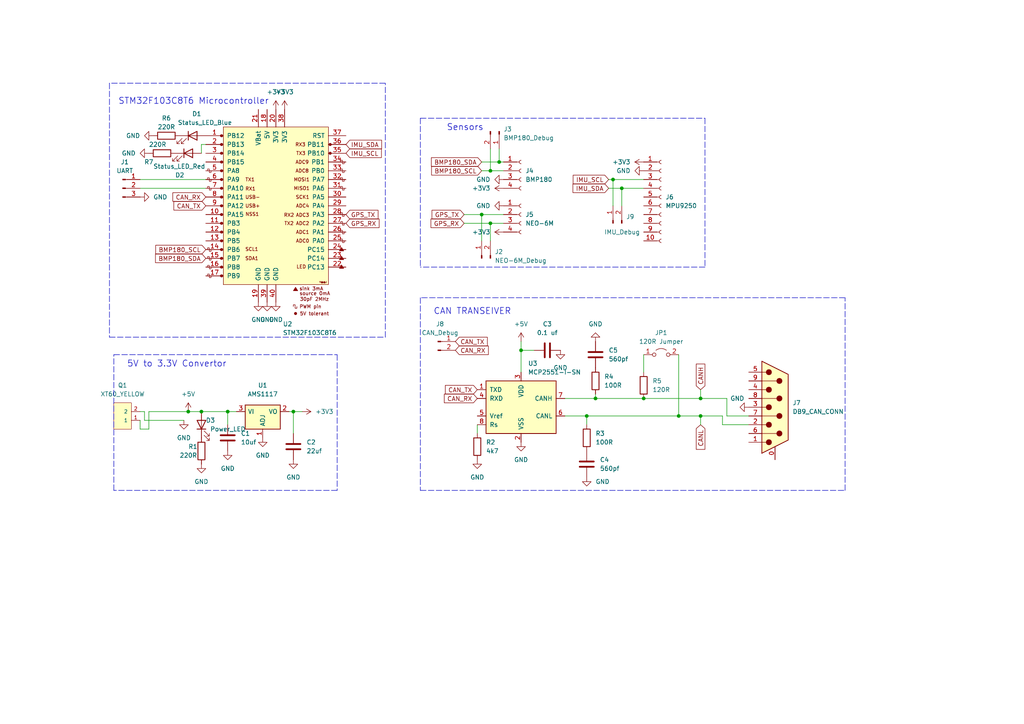
<source format=kicad_sch>
(kicad_sch (version 20211123) (generator eeschema)
  (paper "A4")
  (lib_symbols
    (symbol "Connector:Conn_01x02_Male" (pin_names (offset 1.016) hide)
      (property "Reference" "J" (at 0 2.54 0))
      (property "Value" "Conn_01x02_Male" (at 0 -5.08 0))
      (symbol "Conn_01x02_Male_1_1"
        (polyline (pts (xy 1.27 -2.54) (xy 0.8636 -2.54)) (stroke (width 0.1524)))
        (polyline (pts (xy 1.27 0) (xy 0.8636 0)) (stroke (width 0.1524)))
        (rectangle (start 0.8636 -2.413) (end 0 -2.667) (stroke (width 0.1524)) (fill (type outline)))
        (rectangle (start 0.8636 0.127) (end 0 -0.127) (stroke (width 0.1524)) (fill (type outline)))
        (pin passive line (at 5.08 0 180) (length 3.81) (name "Pin_1") (number "1"))
        (pin passive line (at 5.08 -2.54 180) (length 3.81) (name "Pin_2") (number "2"))
      )
    )
    (symbol "Connector:Conn_01x03_Male" (pin_names (offset 1.016) hide)
      (property "Reference" "J" (at 0 5.08 0))
      (property "Value" "Conn_01x03_Male" (at 0 -5.08 0))
      (symbol "Conn_01x03_Male_1_1"
        (polyline (pts (xy 1.27 -2.54) (xy 0.8636 -2.54)) (stroke (width 0.1524)))
        (polyline (pts (xy 1.27 0) (xy 0.8636 0)) (stroke (width 0.1524)))
        (polyline (pts (xy 1.27 2.54) (xy 0.8636 2.54)) (stroke (width 0.1524)))
        (rectangle (start 0.8636 -2.413) (end 0 -2.667) (stroke (width 0.1524)) (fill (type outline)))
        (rectangle (start 0.8636 0.127) (end 0 -0.127) (stroke (width 0.1524)) (fill (type outline)))
        (rectangle (start 0.8636 2.667) (end 0 2.413) (stroke (width 0.1524)) (fill (type outline)))
        (pin passive line (at 5.08 2.54 180) (length 3.81) (name "Pin_1") (number "1"))
        (pin passive line (at 5.08 0 180) (length 3.81) (name "Pin_2") (number "2"))
        (pin passive line (at 5.08 -2.54 180) (length 3.81) (name "Pin_3") (number "3"))
      )
    )
    (symbol "Connector:Conn_01x04_Female" (pin_names (offset 1.016) hide)
      (property "Reference" "J" (at 0 5.08 0))
      (property "Value" "Conn_01x04_Female" (at 0 -7.62 0))
      (symbol "Conn_01x04_Female_1_1"
        (arc (start 0 -4.572) (mid -0.508 -5.08) (end 0 -5.588) (stroke (width 0.1524)))
        (arc (start 0 -2.032) (mid -0.508 -2.54) (end 0 -3.048) (stroke (width 0.1524)))
        (polyline (pts (xy -1.27 -5.08) (xy -0.508 -5.08)) (stroke (width 0.1524)))
        (polyline (pts (xy -1.27 -2.54) (xy -0.508 -2.54)) (stroke (width 0.1524)))
        (polyline (pts (xy -1.27 0) (xy -0.508 0)) (stroke (width 0.1524)))
        (polyline (pts (xy -1.27 2.54) (xy -0.508 2.54)) (stroke (width 0.1524)))
        (arc (start 0 0.508) (mid -0.508 0) (end 0 -0.508) (stroke (width 0.1524)))
        (arc (start 0 3.048) (mid -0.508 2.54) (end 0 2.032) (stroke (width 0.1524)))
        (pin passive line (at -5.08 2.54 0) (length 3.81) (name "Pin_1") (number "1"))
        (pin passive line (at -5.08 0 0) (length 3.81) (name "Pin_2") (number "2"))
        (pin passive line (at -5.08 -2.54 0) (length 3.81) (name "Pin_3") (number "3"))
        (pin passive line (at -5.08 -5.08 0) (length 3.81) (name "Pin_4") (number "4"))
      )
    )
    (symbol "Connector:Conn_01x10_Female" (pin_names (offset 1.016) hide)
      (property "Reference" "J" (at 0 12.7 0))
      (property "Value" "Conn_01x10_Female" (at 0 -15.24 0))
      (symbol "Conn_01x10_Female_1_1"
        (arc (start 0 -12.192) (mid -0.508 -12.7) (end 0 -13.208) (stroke (width 0.1524)))
        (arc (start 0 -9.652) (mid -0.508 -10.16) (end 0 -10.668) (stroke (width 0.1524)))
        (arc (start 0 -7.112) (mid -0.508 -7.62) (end 0 -8.128) (stroke (width 0.1524)))
        (arc (start 0 -4.572) (mid -0.508 -5.08) (end 0 -5.588) (stroke (width 0.1524)))
        (arc (start 0 -2.032) (mid -0.508 -2.54) (end 0 -3.048) (stroke (width 0.1524)))
        (polyline (pts (xy -1.27 -12.7) (xy -0.508 -12.7)) (stroke (width 0.1524)))
        (polyline (pts (xy -1.27 -10.16) (xy -0.508 -10.16)) (stroke (width 0.1524)))
        (polyline (pts (xy -1.27 -7.62) (xy -0.508 -7.62)) (stroke (width 0.1524)))
        (polyline (pts (xy -1.27 -5.08) (xy -0.508 -5.08)) (stroke (width 0.1524)))
        (polyline (pts (xy -1.27 -2.54) (xy -0.508 -2.54)) (stroke (width 0.1524)))
        (polyline (pts (xy -1.27 0) (xy -0.508 0)) (stroke (width 0.1524)))
        (polyline (pts (xy -1.27 2.54) (xy -0.508 2.54)) (stroke (width 0.1524)))
        (polyline (pts (xy -1.27 5.08) (xy -0.508 5.08)) (stroke (width 0.1524)))
        (polyline (pts (xy -1.27 7.62) (xy -0.508 7.62)) (stroke (width 0.1524)))
        (polyline (pts (xy -1.27 10.16) (xy -0.508 10.16)) (stroke (width 0.1524)))
        (arc (start 0 0.508) (mid -0.508 0) (end 0 -0.508) (stroke (width 0.1524)))
        (arc (start 0 3.048) (mid -0.508 2.54) (end 0 2.032) (stroke (width 0.1524)))
        (arc (start 0 5.588) (mid -0.508 5.08) (end 0 4.572) (stroke (width 0.1524)))
        (arc (start 0 8.128) (mid -0.508 7.62) (end 0 7.112) (stroke (width 0.1524)))
        (arc (start 0 10.668) (mid -0.508 10.16) (end 0 9.652) (stroke (width 0.1524)))
        (pin passive line (at -5.08 10.16 0) (length 3.81) (name "Pin_1") (number "1"))
        (pin passive line (at -5.08 -12.7 0) (length 3.81) (name "Pin_10") (number "10"))
        (pin passive line (at -5.08 7.62 0) (length 3.81) (name "Pin_2") (number "2"))
        (pin passive line (at -5.08 5.08 0) (length 3.81) (name "Pin_3") (number "3"))
        (pin passive line (at -5.08 2.54 0) (length 3.81) (name "Pin_4") (number "4"))
        (pin passive line (at -5.08 0 0) (length 3.81) (name "Pin_5") (number "5"))
        (pin passive line (at -5.08 -2.54 0) (length 3.81) (name "Pin_6") (number "6"))
        (pin passive line (at -5.08 -5.08 0) (length 3.81) (name "Pin_7") (number "7"))
        (pin passive line (at -5.08 -7.62 0) (length 3.81) (name "Pin_8") (number "8"))
        (pin passive line (at -5.08 -10.16 0) (length 3.81) (name "Pin_9") (number "9"))
      )
    )
    (symbol "Connector:DB9_Male_MountingHoles" (pin_names (offset 1.016) hide)
      (property "Reference" "J" (at 0 16.51 0))
      (property "Value" "DB9_Male_MountingHoles" (at 0 14.605 0))
      (symbol "DB9_Male_MountingHoles_0_1"
        (circle (center -1.778 -10.16) (radius 0.762) (fill (type outline)))
        (circle (center -1.778 -5.08) (radius 0.762) (fill (type outline)))
        (circle (center -1.778 0) (radius 0.762) (fill (type outline)))
        (circle (center -1.778 5.08) (radius 0.762) (fill (type outline)))
        (circle (center -1.778 10.16) (radius 0.762) (fill (type outline)))
        (polyline (pts (xy -3.81 -10.16) (xy -2.54 -10.16)))
        (polyline (pts (xy -3.81 -7.62) (xy 0.508 -7.62)))
        (polyline (pts (xy -3.81 -5.08) (xy -2.54 -5.08)))
        (polyline (pts (xy -3.81 -2.54) (xy 0.508 -2.54)))
        (polyline (pts (xy -3.81 0) (xy -2.54 0)))
        (polyline (pts (xy -3.81 2.54) (xy 0.508 2.54)))
        (polyline (pts (xy -3.81 5.08) (xy -2.54 5.08)))
        (polyline (pts (xy -3.81 7.62) (xy 0.508 7.62)))
        (polyline (pts (xy -3.81 10.16) (xy -2.54 10.16)))
        (polyline (pts (xy -3.81 -13.335) (xy -3.81 13.335) (xy 3.81 9.525) (xy 3.81 -9.525) (xy -3.81 -13.335)) (stroke (width 0.254)) (fill (type background)))
        (circle (center 1.27 -7.62) (radius 0.762) (fill (type outline)))
        (circle (center 1.27 -2.54) (radius 0.762) (fill (type outline)))
        (circle (center 1.27 2.54) (radius 0.762) (fill (type outline)))
        (circle (center 1.27 7.62) (radius 0.762) (fill (type outline)))
      )
      (symbol "DB9_Male_MountingHoles_1_1"
        (pin passive line (at 0 -15.24 90) (length 3.81) (name "PAD") (number "0"))
        (pin passive line (at -7.62 -10.16 0) (length 3.81) (name "1") (number "1"))
        (pin passive line (at -7.62 -5.08 0) (length 3.81) (name "2") (number "2"))
        (pin passive line (at -7.62 0 0) (length 3.81) (name "3") (number "3"))
        (pin passive line (at -7.62 5.08 0) (length 3.81) (name "4") (number "4"))
        (pin passive line (at -7.62 10.16 0) (length 3.81) (name "5") (number "5"))
        (pin passive line (at -7.62 -7.62 0) (length 3.81) (name "6") (number "6"))
        (pin passive line (at -7.62 -2.54 0) (length 3.81) (name "7") (number "7"))
        (pin passive line (at -7.62 2.54 0) (length 3.81) (name "8") (number "8"))
        (pin passive line (at -7.62 7.62 0) (length 3.81) (name "9") (number "9"))
      )
    )
    (symbol "Device:C" (pin_numbers hide) (pin_names (offset 0.254))
      (property "Reference" "C" (at 0.635 2.54 0))
      (property "Value" "C" (at 0.635 -2.54 0))
      (symbol "C_0_1"
        (polyline (pts (xy -2.032 -0.762) (xy 2.032 -0.762)) (stroke (width 0.508)))
        (polyline (pts (xy -2.032 0.762) (xy 2.032 0.762)) (stroke (width 0.508)))
      )
      (symbol "C_1_1"
        (pin passive line (at 0 3.81 270) (length 2.794) (name "~") (number "1"))
        (pin passive line (at 0 -3.81 90) (length 2.794) (name "~") (number "2"))
      )
    )
    (symbol "Device:LED" (pin_numbers hide) (pin_names (offset 1.016) hide)
      (property "Reference" "D" (at 0 2.54 0))
      (property "Value" "LED" (at 0 -2.54 0))
      (symbol "LED_0_1"
        (polyline (pts (xy -1.27 -1.27) (xy -1.27 1.27)) (stroke (width 0.254)))
        (polyline (pts (xy -1.27 0) (xy 1.27 0)))
        (polyline (pts (xy 1.27 -1.27) (xy 1.27 1.27) (xy -1.27 0) (xy 1.27 -1.27)) (stroke (width 0.254)))
        (polyline (pts (xy -3.048 -0.762) (xy -4.572 -2.286) (xy -3.81 -2.286) (xy -4.572 -2.286) (xy -4.572 -1.524)))
        (polyline (pts (xy -1.778 -0.762) (xy -3.302 -2.286) (xy -2.54 -2.286) (xy -3.302 -2.286) (xy -3.302 -1.524)))
      )
      (symbol "LED_1_1"
        (pin passive line (at -3.81 0 0) (length 2.54) (name "K") (number "1"))
        (pin passive line (at 3.81 0 180) (length 2.54) (name "A") (number "2"))
      )
    )
    (symbol "Device:R" (pin_numbers hide) (pin_names (offset 0))
      (property "Reference" "R" (at 2.032 0 90))
      (property "Value" "R" (at 0 0 90))
      (symbol "R_0_1"
        (rectangle (start -1.016 -2.54) (end 1.016 2.54) (stroke (width 0.254)))
      )
      (symbol "R_1_1"
        (pin passive line (at 0 3.81 270) (length 1.27) (name "~") (number "1"))
        (pin passive line (at 0 -3.81 90) (length 1.27) (name "~") (number "2"))
      )
    )
    (symbol "Interface_CAN_LIN:MCP2551-I-SN" (pin_names (offset 1.016))
      (property "Reference" "U" (at -10.16 8.89 0))
      (property "Value" "MCP2551-I-SN" (at 2.54 8.89 0))
      (symbol "MCP2551-I-SN_0_1"
        (rectangle (start -10.16 7.62) (end 10.16 -7.62) (stroke (width 0.254)) (fill (type background)))
      )
      (symbol "MCP2551-I-SN_1_1"
        (pin input line (at -12.7 5.08 0) (length 2.54) (name "TXD") (number "1"))
        (pin power_in line (at 0 -10.16 90) (length 2.54) (name "VSS") (number "2"))
        (pin power_in line (at 0 10.16 270) (length 2.54) (name "VDD") (number "3"))
        (pin output line (at -12.7 2.54 0) (length 2.54) (name "RXD") (number "4"))
        (pin power_out line (at -12.7 -2.54 0) (length 2.54) (name "Vref") (number "5"))
        (pin bidirectional line (at 12.7 -2.54 180) (length 2.54) (name "CANL") (number "6"))
        (pin bidirectional line (at 12.7 2.54 180) (length 2.54) (name "CANH") (number "7"))
        (pin input line (at -12.7 -5.08 0) (length 2.54) (name "Rs") (number "8"))
      )
    )
    (symbol "Jumper:Jumper_2_Open" (pin_names (offset 0) hide)
      (property "Reference" "JP" (at 0 2.794 0))
      (property "Value" "Jumper_2_Open" (at 0 -2.286 0))
      (symbol "Jumper_2_Open_0_0"
        (circle (center -2.032 0) (radius 0.508))
        (circle (center 2.032 0) (radius 0.508))
      )
      (symbol "Jumper_2_Open_0_1"
        (arc (start 1.524 1.27) (mid 0 1.778) (end -1.524 1.27))
      )
      (symbol "Jumper_2_Open_1_1"
        (pin passive line (at -5.08 0 0) (length 2.54) (name "A") (number "1"))
        (pin passive line (at 5.08 0 180) (length 2.54) (name "B") (number "2"))
      )
    )
    (symbol "Regulator_Linear:AMS1117" (pin_names (offset 0.762))
      (property "Reference" "U" (at -3.81 3.175 0))
      (property "Value" "AMS1117" (at 0 3.175 0))
      (symbol "AMS1117_0_1"
        (rectangle (start -5.08 -5.08) (end 5.08 1.905) (stroke (width 0.254)) (fill (type background)))
      )
      (symbol "AMS1117_1_1"
        (pin input line (at 0 -7.62 90) (length 2.54) (name "ADJ") (number "1"))
        (pin power_out line (at 7.62 0 180) (length 2.54) (name "VO") (number "2"))
        (pin power_in line (at -7.62 0 0) (length 2.54) (name "VI") (number "3"))
      )
    )
    (symbol "XT60_YELLOW:XT60_YELLOW" (pin_names (offset 1.016))
      (property "Reference" "Q" (at -2.5654 2.5654 0))
      (property "Value" "XT60_YELLOW" (at -2.5654 -7.5946 0))
      (symbol "XT60_YELLOW_0_0"
        (rectangle (start -2.54 -5.08) (end 2.54 2.54) (stroke (width 0.127)) (fill (type background)))
        (pin passive line (at -5.08 0 0) (length 2.54) (name "1") (number "1"))
        (pin passive line (at -5.08 -2.54 0) (length 2.54) (name "2") (number "2"))
      )
    )
    (symbol "YAAJ_BluePill:YAAJ_BluePill" (pin_names (offset 1.016))
      (property "Reference" "U" (at -13.97 24.13 0))
      (property "Value" "YAAJ_BluePill" (at 0 6.35 90))
      (symbol "YAAJ_BluePill_0_0"
        (circle (center -15.748 -20.32) (radius 0.3556) (fill (type outline)))
        (circle (center -15.748 -17.78) (radius 0.3556) (fill (type outline)))
        (circle (center -15.748 -15.24) (radius 0.3556) (fill (type outline)))
        (circle (center -15.748 -12.7) (radius 0.3556) (fill (type outline)))
        (circle (center -15.748 -10.16) (radius 0.3556) (fill (type outline)))
        (circle (center -15.748 -7.62) (radius 0.3556) (fill (type outline)))
        (circle (center -15.748 -5.08) (radius 0.3556) (fill (type outline)))
        (circle (center -15.748 -2.54) (radius 0.3556) (fill (type outline)))
        (circle (center -15.748 0) (radius 0.3556) (fill (type outline)))
        (circle (center -15.748 2.54) (radius 0.3556) (fill (type outline)))
        (circle (center -15.748 5.08) (radius 0.3556) (fill (type outline)))
        (circle (center -15.748 7.62) (radius 0.3556) (fill (type outline)))
        (circle (center -15.748 10.16) (radius 0.3556) (fill (type outline)))
        (circle (center -15.748 12.7) (radius 0.3556) (fill (type outline)))
        (circle (center -15.748 15.24) (radius 0.3556) (fill (type outline)))
        (circle (center -15.748 20.32) (radius 0.3556) (fill (type outline)))
        (polyline (pts (xy 5.08 -24.638) (xy 5.715 -23.622) (xy 6.35 -24.638) (xy 5.08 -24.638) (xy 5.715 -23.749) (xy 6.223 -24.638) (xy 5.207 -24.511) (xy 5.715 -23.876) (xy 6.096 -24.638) (xy 5.334 -24.384) (xy 5.842 -24.003) (xy 5.969 -24.638) (xy 5.461 -24.257) (xy 5.969 -24.13) (xy 5.842 -24.511) (xy 5.588 -24.257) (xy 5.842 -24.384) (xy 5.715 -24.13)))
        (polyline (pts (xy 18.415 -18.161) (xy 19.05 -17.145) (xy 19.685 -18.161) (xy 18.415 -18.161) (xy 19.05 -17.272) (xy 19.558 -18.161) (xy 18.542 -18.034) (xy 19.05 -17.399) (xy 19.431 -18.161) (xy 18.669 -17.907) (xy 19.177 -17.526) (xy 19.304 -18.161) (xy 18.796 -17.78) (xy 19.304 -17.653) (xy 19.177 -18.034) (xy 18.923 -17.78) (xy 19.177 -17.907) (xy 19.05 -17.653)))
        (polyline (pts (xy 18.415 -15.621) (xy 19.05 -14.605) (xy 19.685 -15.621) (xy 18.415 -15.621) (xy 19.05 -14.732) (xy 19.558 -15.621) (xy 18.542 -15.494) (xy 19.05 -14.859) (xy 19.431 -15.621) (xy 18.669 -15.367) (xy 19.177 -14.986) (xy 19.304 -15.621) (xy 18.796 -15.24) (xy 19.304 -15.113) (xy 19.177 -15.494) (xy 18.923 -15.24) (xy 19.177 -15.367) (xy 19.05 -15.113)))
        (polyline (pts (xy 18.415 -13.081) (xy 19.05 -12.065) (xy 19.685 -13.081) (xy 18.415 -13.081) (xy 19.05 -12.192) (xy 19.558 -13.081) (xy 18.542 -12.954) (xy 19.05 -12.319) (xy 19.431 -13.081) (xy 18.669 -12.827) (xy 19.177 -12.446) (xy 19.304 -13.081) (xy 18.796 -12.7) (xy 19.304 -12.573) (xy 19.177 -12.954) (xy 18.923 -12.7) (xy 19.177 -12.827) (xy 19.05 -12.573)))
        (circle (center 5.715 -31.242) (radius 0.127) (fill (type outline)))
        (circle (center 5.715 -31.242) (radius 0.254))
        (circle (center 5.715 -31.242) (radius 0.3556))
        (circle (center 15.748 15.24) (radius 0.254) (fill (type outline)))
        (circle (center 15.748 15.24) (radius 0.3556))
        (circle (center 15.748 17.78) (radius 0.254) (fill (type outline)))
        (circle (center 15.748 17.78) (radius 0.3556))
        (text "30pF 2MHz" (at 11.176 -27.051 0) (effects (font (size 0.9906 0.9906))))
        (text "5V tolerant" (at 11.176 -31.242 0) (effects (font (size 0.9906 0.9906))))
        (text "ADC0" (at 7.747 -10.16 0) (effects (font (size 0.9906 0.9906))))
        (text "ADC1" (at 7.747 -7.62 0) (effects (font (size 0.9906 0.9906))))
        (text "ADC2" (at 7.747 -5.08 0) (effects (font (size 0.9906 0.9906))))
        (text "ADC3" (at 7.747 -2.667 0) (effects (font (size 0.9906 0.9906))))
        (text "ADC4" (at 7.747 0 0) (effects (font (size 0.9906 0.9906))))
        (text "ADC8" (at 7.62 10.16 0) (effects (font (size 0.9906 0.9906))))
        (text "ADC9" (at 7.62 12.7 0) (effects (font (size 0.9906 0.9906))))
        (text "LED" (at 7.366 -17.653 0) (effects (font (size 0.9906 0.9906))))
        (text "MISO1" (at 7.493 5.08 0) (effects (font (size 0.9906 0.9906))))
        (text "MOSI1" (at 7.493 7.62 0) (effects (font (size 0.9906 0.9906))))
        (text "NSS1" (at -6.858 -2.413 0) (effects (font (size 0.9906 0.9906))))
        (text "PWM pin" (at 10.033 -29.21 0) (effects (font (size 0.9906 0.9906))))
        (text "RX1" (at -7.366 4.953 0) (effects (font (size 0.9906 0.9906))))
        (text "RX2" (at 3.81 -2.667 0) (effects (font (size 0.9906 0.9906))))
        (text "RX3" (at 7.112 17.78 0) (effects (font (size 0.9906 0.9906))))
        (text "SCK1" (at 7.747 2.54 0) (effects (font (size 0.9906 0.9906))))
        (text "SCL1" (at -6.985 -12.573 0) (effects (font (size 0.9906 0.9906))))
        (text "SDA1" (at -6.985 -15.24 0) (effects (font (size 0.9906 0.9906))))
        (text "sink 3mA" (at 10.287 -24.003 0) (effects (font (size 0.9906 0.9906))))
        (text "source 0mA" (at 11.303 -25.4 0) (effects (font (size 0.9906 0.9906))))
        (text "TX1" (at -7.493 7.62 0) (effects (font (size 0.9906 0.9906))))
        (text "TX2" (at 3.81 -5.08 0) (effects (font (size 0.9906 0.9906))))
        (text "TX3" (at 7.239 15.24 0) (effects (font (size 0.9906 0.9906))))
        (text "USB+" (at -6.731 0 0) (effects (font (size 0.9906 0.9906))))
        (text "USB-" (at -6.731 2.54 0) (effects (font (size 0.9906 0.9906))))
        (text "Y@@J" (at 13.6906 -22.1488 0) (effects (font (size 0.508 0.508))))
      )
      (symbol "YAAJ_BluePill_0_1"
        (rectangle (start -15.24 22.86) (end 15.24 -22.86) (fill (type background)))
        (polyline (pts (xy -18.796 -20.32) (xy -18.796 -20.828) (xy -19.304 -20.828) (xy -19.304 -19.812) (xy -19.812 -19.812) (xy -19.812 -20.32)))
        (polyline (pts (xy -18.796 -17.78) (xy -18.796 -18.288) (xy -19.304 -18.288) (xy -19.304 -17.272) (xy -19.812 -17.272) (xy -19.812 -17.78)))
        (polyline (pts (xy -18.796 -15.24) (xy -18.796 -15.748) (xy -19.304 -15.748) (xy -19.304 -14.732) (xy -19.812 -14.732) (xy -19.812 -15.24)))
        (polyline (pts (xy -18.796 -12.7) (xy -18.796 -13.208) (xy -19.304 -13.208) (xy -19.304 -12.192) (xy -19.812 -12.192) (xy -19.812 -12.7)))
        (polyline (pts (xy -18.796 5.08) (xy -18.796 4.572) (xy -19.304 4.572) (xy -19.304 5.588) (xy -19.812 5.588) (xy -19.812 5.08)))
        (polyline (pts (xy -18.796 7.62) (xy -18.796 7.112) (xy -19.304 7.112) (xy -19.304 8.128) (xy -19.812 8.128) (xy -19.812 7.62)))
        (polyline (pts (xy -18.796 10.16) (xy -18.796 9.652) (xy -19.304 9.652) (xy -19.304 10.668) (xy -19.812 10.668) (xy -19.812 10.16)))
        (polyline (pts (xy 6.096 -29.21) (xy 6.096 -29.718) (xy 5.588 -29.718) (xy 5.588 -28.702) (xy 5.08 -28.702) (xy 5.08 -29.21)))
        (polyline (pts (xy 19.812 -10.16) (xy 19.812 -10.668) (xy 19.304 -10.668) (xy 19.304 -9.652) (xy 18.796 -9.652) (xy 18.796 -10.16)))
        (polyline (pts (xy 19.812 -7.62) (xy 19.812 -8.128) (xy 19.304 -8.128) (xy 19.304 -7.112) (xy 18.796 -7.112) (xy 18.796 -7.62)))
        (polyline (pts (xy 19.812 -5.08) (xy 19.812 -5.588) (xy 19.304 -5.588) (xy 19.304 -4.572) (xy 18.796 -4.572) (xy 18.796 -5.08)))
        (polyline (pts (xy 19.812 -2.54) (xy 19.812 -3.048) (xy 19.304 -3.048) (xy 19.304 -2.032) (xy 18.796 -2.032) (xy 18.796 -2.54)))
        (polyline (pts (xy 19.812 5.08) (xy 19.812 4.572) (xy 19.304 4.572) (xy 19.304 5.588) (xy 18.796 5.588) (xy 18.796 5.08)))
        (polyline (pts (xy 19.812 7.62) (xy 19.812 7.112) (xy 19.304 7.112) (xy 19.304 8.128) (xy 18.796 8.128) (xy 18.796 7.62)))
        (polyline (pts (xy 19.812 10.16) (xy 19.812 9.652) (xy 19.304 9.652) (xy 19.304 10.668) (xy 18.796 10.668) (xy 18.796 10.16)))
        (polyline (pts (xy 19.812 12.7) (xy 19.812 12.192) (xy 19.304 12.192) (xy 19.304 13.208) (xy 18.796 13.208) (xy 18.796 12.7)))
      )
      (symbol "YAAJ_BluePill_1_1"
        (circle (center -15.748 17.78) (radius 0.3556) (fill (type outline)))
        (pin bidirectional line (at -20.32 20.32 0) (length 5.08) (name "PB12") (number "1"))
        (pin bidirectional line (at -20.32 -2.54 0) (length 5.08) (name "PA15") (number "10"))
        (pin bidirectional line (at -20.32 -5.08 0) (length 5.08) (name "PB3") (number "11"))
        (pin bidirectional line (at -20.32 -7.62 0) (length 5.08) (name "PB4") (number "12"))
        (pin bidirectional line (at -20.32 -10.16 0) (length 5.08) (name "PB5") (number "13"))
        (pin bidirectional line (at -20.32 -12.7 0) (length 5.08) (name "PB6") (number "14"))
        (pin bidirectional line (at -20.32 -15.24 0) (length 5.08) (name "PB7") (number "15"))
        (pin bidirectional line (at -20.32 -17.78 0) (length 5.08) (name "PB8") (number "16"))
        (pin bidirectional line (at -20.32 -20.32 0) (length 5.08) (name "PB9") (number "17"))
        (pin power_in line (at -2.54 27.94 270) (length 5.08) (name "5V") (number "18"))
        (pin power_in line (at -5.08 -27.94 90) (length 5.08) (name "GND") (number "19"))
        (pin bidirectional line (at -20.32 17.78 0) (length 5.08) (name "PB13") (number "2"))
        (pin power_in line (at 0 27.94 270) (length 5.08) (name "3V3") (number "20"))
        (pin power_in line (at -5.08 27.94 270) (length 5.08) (name "VBat") (number "21"))
        (pin bidirectional line (at 20.32 -17.78 180) (length 5.08) (name "PC13") (number "22"))
        (pin bidirectional line (at 20.32 -15.24 180) (length 5.08) (name "PC14") (number "23"))
        (pin bidirectional line (at 20.32 -12.7 180) (length 5.08) (name "PC15") (number "24"))
        (pin bidirectional line (at 20.32 -10.16 180) (length 5.08) (name "PA0") (number "25"))
        (pin bidirectional line (at 20.32 -7.62 180) (length 5.08) (name "PA1") (number "26"))
        (pin bidirectional line (at 20.32 -5.08 180) (length 5.08) (name "PA2") (number "27"))
        (pin bidirectional line (at 20.32 -2.54 180) (length 5.08) (name "PA3") (number "28"))
        (pin bidirectional line (at 20.32 0 180) (length 5.08) (name "PA4") (number "29"))
        (pin bidirectional line (at -20.32 15.24 0) (length 5.08) (name "PB14") (number "3"))
        (pin bidirectional line (at 20.32 2.54 180) (length 5.08) (name "PA5") (number "30"))
        (pin bidirectional line (at 20.32 5.08 180) (length 5.08) (name "PA6") (number "31"))
        (pin bidirectional line (at 20.32 7.62 180) (length 5.08) (name "PA7") (number "32"))
        (pin bidirectional line (at 20.32 10.16 180) (length 5.08) (name "PB0") (number "33"))
        (pin bidirectional line (at 20.32 12.7 180) (length 5.08) (name "PB1") (number "34"))
        (pin bidirectional line (at 20.32 15.24 180) (length 5.08) (name "PB10") (number "35"))
        (pin bidirectional line (at 20.32 17.78 180) (length 5.08) (name "PB11") (number "36"))
        (pin input line (at 20.32 20.32 180) (length 5.08) (name "RST") (number "37"))
        (pin power_in line (at 2.54 27.94 270) (length 5.08) (name "3V3") (number "38"))
        (pin power_in line (at -2.54 -27.94 90) (length 5.08) (name "GND") (number "39"))
        (pin bidirectional line (at -20.32 12.7 0) (length 5.08) (name "PB15") (number "4"))
        (pin power_in line (at 0 -27.94 90) (length 5.08) (name "GND") (number "40"))
        (pin bidirectional line (at -20.32 10.16 0) (length 5.08) (name "PA8") (number "5"))
        (pin bidirectional line (at -20.32 7.62 0) (length 5.08) (name "PA9") (number "6"))
        (pin bidirectional line (at -20.32 5.08 0) (length 5.08) (name "PA10") (number "7"))
        (pin bidirectional line (at -20.32 2.54 0) (length 5.08) (name "PA11") (number "8"))
        (pin bidirectional line (at -20.32 0 0) (length 5.08) (name "PA12") (number "9"))
      )
    )
    (symbol "power:+3.3V" (power) (pin_names (offset 0))
      (property "Value" "+3.3V" (at 0 3.556 0))
      (symbol "+3.3V_0_1"
        (polyline (pts (xy -0.762 1.27) (xy 0 2.54)))
        (polyline (pts (xy 0 0) (xy 0 2.54)))
        (polyline (pts (xy 0 2.54) (xy 0.762 1.27)))
      )
      (symbol "+3.3V_1_1"
        (pin power_in line (at 0 0 90) (length 0) hide (name "+3V3") (number "1"))
      )
    )
    (symbol "power:+3V3" (power) (pin_names (offset 0))
      (property "Value" "+3V3" (at 0 3.556 0))
      (symbol "+3V3_0_1"
        (polyline (pts (xy -0.762 1.27) (xy 0 2.54)))
        (polyline (pts (xy 0 0) (xy 0 2.54)))
        (polyline (pts (xy 0 2.54) (xy 0.762 1.27)))
      )
      (symbol "+3V3_1_1"
        (pin power_in line (at 0 0 90) (length 0) hide (name "+3V3") (number "1"))
      )
    )
    (symbol "power:+5V" (power) (pin_names (offset 0))
      (property "Value" "+5V" (at 0 3.556 0))
      (symbol "+5V_0_1"
        (polyline (pts (xy -0.762 1.27) (xy 0 2.54)))
        (polyline (pts (xy 0 0) (xy 0 2.54)))
        (polyline (pts (xy 0 2.54) (xy 0.762 1.27)))
      )
      (symbol "+5V_1_1"
        (pin power_in line (at 0 0 90) (length 0) hide (name "+5V") (number "1"))
      )
    )
    (symbol "power:GND" (power) (pin_names (offset 0))
      (property "Value" "GND" (at 0 -3.81 0))
      (symbol "GND_0_1"
        (polyline (pts (xy 0 0) (xy 0 -1.27) (xy 1.27 -1.27) (xy 0 -2.54) (xy -1.27 -1.27) (xy 0 -1.27)))
      )
      (symbol "GND_1_1"
        (pin power_in line (at 0 0 270) (length 0) hide (name "GND") (number "1"))
      )
    )
  )
  (junction (at 196.85 120.65))
  (junction (at 170.18 120.65))
  (junction (at 58.42 119.38))
  (junction (at 85.09 119.38))
  (junction (at 151.13 101.6))
  (junction (at 180.34 54.61))
  (junction (at 144.78 46.99))
  (junction (at 66.04 119.38))
  (junction (at 186.69 115.57))
  (junction (at 142.24 64.77))
  (junction (at 177.8 52.07))
  (junction (at 139.7 62.23))
  (junction (at 172.72 115.57))
  (junction (at 54.61 119.38))
  (junction (at 203.2 120.65))
  (junction (at 203.2 115.57))
  (junction (at 142.24 49.53))
  (polyline (pts (xy 204.47 34.29) (xy 204.47 77.47)))
  (wire (pts (xy 203.2 113.03) (xy 203.2 115.57)))
  (wire (pts (xy 144.78 43.18) (xy 144.78 46.99)))
  (wire (pts (xy 203.2 120.65) (xy 209.55 120.65)))
  (wire (pts (xy 85.09 119.38) (xy 85.09 125.73)))
  (wire (pts (xy 40.64 124.46) (xy 40.64 121.92)))
  (wire (pts (xy 177.8 52.07) (xy 177.8 59.69)))
  (wire (pts (xy 139.7 46.99) (xy 144.78 46.99)))
  (wire (pts (xy 43.18 119.38) (xy 54.61 119.38)))
  (wire (pts (xy 151.13 101.6) (xy 154.94 101.6)))
  (wire (pts (xy 151.13 101.6) (xy 151.13 107.95)))
  (wire (pts (xy 196.85 120.65) (xy 196.85 102.87)))
  (wire (pts (xy 170.18 120.65) (xy 170.18 123.19)))
  (wire (pts (xy 172.72 115.57) (xy 172.72 114.3)))
  (polyline (pts (xy 97.79 102.87) (xy 97.79 142.24)))
  (wire (pts (xy 217.17 123.19) (xy 209.55 123.19)))
  (wire (pts (xy 138.43 123.19) (xy 138.43 125.73)))
  (polyline (pts (xy 204.47 77.47) (xy 121.92 77.47)))
  (wire (pts (xy 144.78 46.99) (xy 146.05 46.99)))
  (wire (pts (xy 209.55 123.19) (xy 209.55 120.65)))
  (wire (pts (xy 210.82 115.57) (xy 203.2 115.57)))
  (wire (pts (xy 54.61 119.38) (xy 58.42 119.38)))
  (wire (pts (xy 66.04 119.38) (xy 68.58 119.38)))
  (polyline (pts (xy 31.75 97.79) (xy 111.76 97.79)))
  (wire (pts (xy 180.34 54.61) (xy 180.34 59.69)))
  (wire (pts (xy 59.69 41.91) (xy 58.42 41.91)))
  (wire (pts (xy 142.24 64.77) (xy 146.05 64.77)))
  (polyline (pts (xy 33.02 142.24) (xy 33.02 102.87)))
  (wire (pts (xy 142.24 64.77) (xy 142.24 69.85)))
  (wire (pts (xy 186.69 102.87) (xy 186.69 107.95)))
  (wire (pts (xy 134.62 64.77) (xy 142.24 64.77)))
  (polyline (pts (xy 111.76 97.79) (xy 111.76 24.13)))
  (wire (pts (xy 139.7 62.23) (xy 146.05 62.23)))
  (polyline (pts (xy 97.79 142.24) (xy 33.02 142.24)))
  (wire (pts (xy 66.04 119.38) (xy 66.04 123.19)))
  (wire (pts (xy 83.82 119.38) (xy 85.09 119.38)))
  (wire (pts (xy 177.8 52.07) (xy 186.69 52.07)))
  (wire (pts (xy 142.24 43.18) (xy 142.24 49.53)))
  (wire (pts (xy 134.62 62.23) (xy 139.7 62.23)))
  (wire (pts (xy 217.17 120.65) (xy 210.82 120.65)))
  (wire (pts (xy 170.18 120.65) (xy 196.85 120.65)))
  (polyline (pts (xy 111.76 24.13) (xy 31.75 24.13)))
  (wire (pts (xy 210.82 120.65) (xy 210.82 115.57)))
  (wire (pts (xy 142.24 49.53) (xy 146.05 49.53)))
  (polyline (pts (xy 31.75 24.13) (xy 31.75 97.79)))
  (polyline (pts (xy 33.02 102.87) (xy 97.79 102.87)))
  (wire (pts (xy 163.83 115.57) (xy 172.72 115.57)))
  (wire (pts (xy 180.34 54.61) (xy 186.69 54.61)))
  (wire (pts (xy 43.18 119.38) (xy 43.18 124.46)))
  (wire (pts (xy 58.42 119.38) (xy 66.04 119.38)))
  (wire (pts (xy 139.7 62.23) (xy 139.7 69.85)))
  (wire (pts (xy 163.83 120.65) (xy 170.18 120.65)))
  (wire (pts (xy 176.53 52.07) (xy 177.8 52.07)))
  (wire (pts (xy 139.7 49.53) (xy 142.24 49.53)))
  (wire (pts (xy 176.53 54.61) (xy 180.34 54.61)))
  (wire (pts (xy 196.85 120.65) (xy 203.2 120.65)))
  (wire (pts (xy 41.91 119.38) (xy 41.91 121.92)))
  (wire (pts (xy 172.72 115.57) (xy 186.69 115.57)))
  (wire (pts (xy 40.64 52.07) (xy 59.69 52.07)))
  (wire (pts (xy 41.91 121.92) (xy 53.34 121.92)))
  (wire (pts (xy 58.42 41.91) (xy 58.42 44.45)))
  (polyline (pts (xy 245.11 86.36) (xy 121.92 86.36)))
  (wire (pts (xy 43.18 124.46) (xy 40.64 124.46)))
  (wire (pts (xy 203.2 120.65) (xy 203.2 123.19)))
  (wire (pts (xy 40.64 54.61) (xy 59.69 54.61)))
  (wire (pts (xy 40.64 119.38) (xy 41.91 119.38)))
  (polyline (pts (xy 121.92 86.36) (xy 121.92 142.24)))
  (wire (pts (xy 151.13 99.06) (xy 151.13 101.6)))
  (polyline (pts (xy 245.11 142.24) (xy 245.11 86.36)))
  (polyline (pts (xy 121.92 34.29) (xy 121.92 77.47)))
  (wire (pts (xy 186.69 115.57) (xy 203.2 115.57)))
  (polyline (pts (xy 121.92 142.24) (xy 245.11 142.24)))
  (polyline (pts (xy 121.92 34.29) (xy 204.47 34.29)))
  (wire (pts (xy 87.63 119.38) (xy 85.09 119.38)))
  (text "5V to 3.3V Convertor\n" (at 36.83 106.68 0) (effects (font (size 1.8 1.8)) (justify left bottom)))
  (text "Sensors" (at 129.54 38.1 0) (effects (font (size 1.8 1.8)) (justify left bottom)))
  (text "CAN TRANSEIVER" (at 125.73 91.44 0) (effects (font (size 1.8 1.8)) (justify left bottom)))
  (text "STM32F103C8T6 Microcontroller" (at 34.29 30.48 0) (effects (font (size 1.8 1.8)) (justify left bottom)))
  (global_label "CAN_TX" (shape input) (at 132.08 99.06 0) (property "Intersheet References" "${INTERSHEET_REFS}" (effects hide)))
  (global_label "GPS_TX" (shape input) (at 134.62 62.23 180) (property "Intersheet References" "${INTERSHEET_REFS}" (effects hide)))
  (global_label "CAN_RX" (shape input) (at 59.69 57.15 180) (property "Intersheet References" "${INTERSHEET_REFS}" (effects hide)))
  (global_label "IMU_SCL" (shape input) (at 100.33 44.45 0) (property "Intersheet References" "${INTERSHEET_REFS}" (effects hide)))
  (global_label "IMU_SDA" (shape input) (at 176.53 54.61 180) (property "Intersheet References" "${INTERSHEET_REFS}" (effects hide)))
  (global_label "IMU_SDA" (shape input) (at 100.33 41.91 0) (property "Intersheet References" "${INTERSHEET_REFS}" (effects hide)))
  (global_label "BMP180_SCL" (shape input) (at 59.69 72.39 180) (property "Intersheet References" "${INTERSHEET_REFS}" (effects hide)))
  (global_label "BMP180_SCL" (shape input) (at 139.7 49.53 180) (property "Intersheet References" "${INTERSHEET_REFS}" (effects hide)))
  (global_label "CANH" (shape input) (at 203.2 113.03 90) (property "Intersheet References" "${INTERSHEET_REFS}" (effects hide)))
  (global_label "GPS_RX" (shape input) (at 134.62 64.77 180) (property "Intersheet References" "${INTERSHEET_REFS}" (effects hide)))
  (global_label "BMP180_SDA" (shape input) (at 59.69 74.93 180) (property "Intersheet References" "${INTERSHEET_REFS}" (effects hide)))
  (global_label "BMP180_SDA" (shape input) (at 139.7 46.99 180) (property "Intersheet References" "${INTERSHEET_REFS}" (effects hide)))
  (global_label "CANL" (shape input) (at 203.2 123.19 270) (property "Intersheet References" "${INTERSHEET_REFS}" (effects hide)))
  (global_label "CAN_TX" (shape input) (at 59.69 59.69 180) (property "Intersheet References" "${INTERSHEET_REFS}" (effects hide)))
  (global_label "GPS_RX" (shape input) (at 100.33 64.77 0) (property "Intersheet References" "${INTERSHEET_REFS}" (effects hide)))
  (global_label "CAN_TX" (shape input) (at 138.43 113.03 180) (property "Intersheet References" "${INTERSHEET_REFS}" (effects hide)))
  (global_label "CAN_RX" (shape input) (at 132.08 101.6 0) (property "Intersheet References" "${INTERSHEET_REFS}" (effects hide)))
  (global_label "GPS_TX" (shape input) (at 100.33 62.23 0) (property "Intersheet References" "${INTERSHEET_REFS}" (effects hide)))
  (global_label "CAN_RX" (shape input) (at 138.43 115.57 180) (property "Intersheet References" "${INTERSHEET_REFS}" (effects hide)))
  (global_label "IMU_SCL" (shape input) (at 176.53 52.07 180) (property "Intersheet References" "${INTERSHEET_REFS}" (effects hide)))
  (symbol (lib_id "power:GND") (at 146.05 59.69 270) (unit 1)
    (property "Reference" "#PWR0113" (effects hide))
    (property "Value" "GND" (at 142.24 59.6899 90) (effects (justify right)))
  )
  (symbol (lib_id "Connector:Conn_01x02_Male") (at 177.8 64.77 90) (unit 1)
    (property "Reference" "J9" (at 181.61 62.8649 90) (effects (justify right)))
    (property "Value" "IMU_Debug" (at 175.26 67.31 90) (effects (justify right)))
    (property "Footprint" "Connector_PinHeader_2.54mm:PinHeader_1x02_P2.54mm_Vertical" (effects hide))
  )
  (symbol (lib_id "power:+3.3V") (at 80.01 31.75 0) (unit 1)
    (property "Reference" "#PWR0121" (effects hide))
    (property "Value" "+3.3V" (at 80.01 26.67 0))
  )
  (symbol (lib_id "Connector:Conn_01x10_Female") (at 191.77 57.15 0) (unit 1)
    (property "Reference" "J6" (at 193.04 57.1499 0) (effects (justify left)))
    (property "Value" "MPU9250" (at 193.04 59.6899 0) (effects (justify left)))
    (property "Footprint" "Connector_PinSocket_2.54mm:PinSocket_1x10_P2.54mm_Vertical" (effects hide))
  )
  (symbol (lib_id "power:GND") (at 74.93 87.63 0) (unit 1)
    (property "Reference" "#PWR0126" (effects hide))
    (property "Value" "GND" (at 74.93 92.71 0))
  )
  (symbol (lib_id "power:+3.3V") (at 82.55 31.75 0) (unit 1)
    (property "Reference" "#PWR0122" (effects hide))
    (property "Value" "+3.3V" (at 82.55 26.67 0))
  )
  (symbol (lib_id "Device:R") (at 172.72 110.49 0) (unit 1)
    (property "Reference" "R4" (at 175.26 109.2199 0) (effects (justify left)))
    (property "Value" "100R" (at 175.26 111.7599 0) (effects (justify left)))
    (property "Footprint" "Resistor_SMD:R_0805_2012Metric_Pad1.20x1.40mm_HandSolder" (effects hide))
  )
  (symbol (lib_id "power:+3.3V") (at 186.69 46.99 90) (unit 1)
    (property "Reference" "#PWR0109" (effects hide))
    (property "Value" "+3.3V" (at 182.88 46.9899 90) (effects (justify left)))
  )
  (symbol (lib_id "Device:LED") (at 58.42 123.19 90) (unit 1)
    (property "Reference" "D3" (at 59.69 121.92 90) (effects (justify right)))
    (property "Value" "Power_LED" (at 60.96 124.46 90) (effects (justify right)))
    (property "Footprint" "LED_THT:LED_D5.0mm" (effects hide))
  )
  (symbol (lib_id "Device:R") (at 46.99 44.45 90) (unit 1)
    (property "Reference" "R7" (at 43.18 46.99 90))
    (property "Value" "220R" (at 45.72 41.91 90))
    (property "Footprint" "Resistor_SMD:R_0805_2012Metric_Pad1.20x1.40mm_HandSolder" (effects hide))
  )
  (symbol (lib_id "YAAJ_BluePill:YAAJ_BluePill") (at 80.01 59.69 0) (unit 1)
    (property "Reference" "U2" (at 82.0294 93.98 0) (effects (justify left)))
    (property "Value" "STM32F103C8T6" (at 82.0294 96.52 0) (effects (justify left)))
    (property "Footprint" "Footprints:YAAJ_BluePill_1" (effects hide))
  )
  (symbol (lib_id "power:+5V") (at 151.13 99.06 0) (unit 1)
    (property "Reference" "#PWR0118" (effects hide))
    (property "Value" "+5V" (at 151.13 93.98 0))
  )
  (symbol (lib_id "Device:LED") (at 55.88 39.37 0) (unit 1)
    (property "Reference" "D1" (at 58.42 33.02 0) (effects (justify right)))
    (property "Value" "Status_LED_Blue" (at 67.31 35.56 0) (effects (justify right)))
    (property "Footprint" "LED_THT:LED_D5.0mm" (effects hide))
  )
  (symbol (lib_id "Device:R") (at 48.26 39.37 270) (unit 1)
    (property "Reference" "R6" (at 48.26 34.29 90))
    (property "Value" "220R" (at 48.26 36.83 90))
    (property "Footprint" "Resistor_SMD:R_0805_2012Metric_Pad1.20x1.40mm_HandSolder" (effects hide))
  )
  (symbol (lib_id "Device:C") (at 85.09 129.54 0) (unit 1)
    (property "Reference" "C2" (at 88.9 128.2699 0) (effects (justify left)))
    (property "Value" "22uf" (at 88.9 130.8099 0) (effects (justify left)))
    (property "Footprint" "Capacitor_Tantalum_SMD:CP_EIA-1608-08_AVX-J_Pad1.25x1.05mm_HandSolder" (effects hide))
  )
  (symbol (lib_id "power:GND") (at 138.43 133.35 0) (unit 1)
    (property "Reference" "#PWR0115" (effects hide))
    (property "Value" "GND" (at 138.43 138.43 0))
  )
  (symbol (lib_id "Regulator_Linear:AMS1117") (at 76.2 119.38 0) (unit 1)
    (property "Reference" "U1" (at 76.2 111.76 0))
    (property "Value" "AMS1117" (at 76.2 114.3 0))
    (property "Footprint" "Package_TO_SOT_SMD:SOT-223-3_TabPin2" (effects hide))
    (property "Datasheet" "http://www.advanced-monolithic.com/pdf/ds1117.pdf" (effects hide))
  )
  (symbol (lib_id "Interface_CAN_LIN:MCP2551-I-SN") (at 151.13 118.11 0) (unit 1)
    (property "Reference" "U3" (at 153.1494 105.41 0) (effects (justify left)))
    (property "Value" "MCP2551-I-SN" (at 153.1494 107.95 0) (effects (justify left)))
    (property "Footprint" "Package_SO:SOIC-8_3.9x4.9mm_P1.27mm" (effects hide))
    (property "Datasheet" "http://ww1.microchip.com/downloads/en/devicedoc/21667d.pdf" (effects hide))
  )
  (symbol (lib_id "power:GND") (at 151.13 128.27 0) (unit 1)
    (property "Reference" "#PWR0116" (effects hide))
    (property "Value" "GND" (at 151.13 133.35 0))
  )
  (symbol (lib_id "Connector:Conn_01x04_Female") (at 151.13 62.23 0) (unit 1)
    (property "Reference" "J5" (at 152.4 62.2299 0) (effects (justify left)))
    (property "Value" "NEO-6M" (at 152.4 64.7699 0) (effects (justify left)))
    (property "Footprint" "Connector_PinSocket_2.54mm:PinSocket_1x04_P2.54mm_Vertical" (effects hide))
  )
  (symbol (lib_id "power:+3.3V") (at 146.05 67.31 90) (unit 1)
    (property "Reference" "#PWR0112" (effects hide))
    (property "Value" "+3.3V" (at 142.24 67.3099 90) (effects (justify left)))
  )
  (symbol (lib_id "power:+5V") (at 54.61 119.38 0) (unit 1)
    (property "Reference" "#PWR0107" (effects hide))
    (property "Value" "+5V" (at 54.61 114.3 0))
  )
  (symbol (lib_id "Connector:Conn_01x02_Male") (at 144.78 38.1 270) (unit 1)
    (property "Reference" "J3" (at 146.05 37.4649 90) (effects (justify left)))
    (property "Value" "BMP180_Debug" (at 146.05 40.0049 90) (effects (justify left)))
    (property "Footprint" "Connector_PinHeader_2.54mm:PinHeader_1x02_P2.54mm_Vertical" (effects hide))
  )
  (symbol (lib_id "power:GND") (at 170.18 138.43 0) (unit 1)
    (property "Reference" "#PWR0120" (effects hide))
    (property "Value" "GND" (at 172.72 139.6999 0) (effects (justify left)))
  )
  (symbol (lib_id "Connector:Conn_01x04_Female") (at 151.13 49.53 0) (unit 1)
    (property "Reference" "J4" (at 152.4 49.5299 0) (effects (justify left)))
    (property "Value" "BMP180" (at 152.4 52.0699 0) (effects (justify left)))
    (property "Footprint" "Connector_PinSocket_2.54mm:PinSocket_1x04_P2.54mm_Vertical" (effects hide))
  )
  (symbol (lib_id "Jumper:Jumper_2_Open") (at 191.77 102.87 0) (unit 1)
    (property "Reference" "JP1" (at 191.77 96.52 0))
    (property "Value" "120R Jumper" (at 191.77 99.06 0))
    (property "Footprint" "Connector_PinHeader_2.54mm:PinHeader_1x02_P2.54mm_Vertical" (effects hide))
  )
  (symbol (lib_id "Device:R") (at 186.69 111.76 0) (unit 1)
    (property "Reference" "R5" (at 189.23 110.4899 0) (effects (justify left)))
    (property "Value" "120R" (at 189.23 113.0299 0) (effects (justify left)))
    (property "Footprint" "Resistor_SMD:R_0805_2012Metric_Pad1.20x1.40mm_HandSolder" (effects hide))
  )
  (symbol (lib_id "power:GND") (at 40.64 57.15 90) (unit 1)
    (property "Reference" "#PWR0123" (effects hide))
    (property "Value" "GND" (at 44.45 57.1499 90) (effects (justify right)))
  )
  (symbol (lib_id "power:GND") (at 146.05 52.07 270) (unit 1)
    (property "Reference" "#PWR0114" (effects hide))
    (property "Value" "GND" (at 142.24 52.0699 90) (effects (justify right)))
  )
  (symbol (lib_id "power:GND") (at 77.47 87.63 0) (unit 1)
    (property "Reference" "#PWR0124" (effects hide))
    (property "Value" "GND" (at 77.47 92.71 0))
  )
  (symbol (lib_id "Connector:DB9_Male_MountingHoles") (at 224.79 118.11 0) (unit 1)
    (property "Reference" "J7" (at 229.87 116.8399 0) (effects (justify left)))
    (property "Value" "DB9_CAN_CONN" (at 229.87 119.3799 0) (effects (justify left)))
    (property "Footprint" "Connector_Dsub:DSUB-9_Male_Horizontal_P2.77x2.84mm_EdgePinOffset4.94mm_Housed_MountingHolesOffset7.48mm" (effects hide))
    (property "Datasheet" " ~" (effects hide))
  )
  (symbol (lib_id "Device:R") (at 138.43 129.54 0) (unit 1)
    (property "Reference" "R2" (at 140.97 128.2699 0) (effects (justify left)))
    (property "Value" "4k7" (at 140.97 130.8099 0) (effects (justify left)))
    (property "Footprint" "Resistor_SMD:R_0805_2012Metric_Pad1.20x1.40mm_HandSolder" (effects hide))
  )
  (symbol (lib_id "power:+3V3") (at 87.63 119.38 270) (unit 1)
    (property "Reference" "#PWR0103" (effects hide))
    (property "Value" "+3V3" (at 91.44 119.3799 90) (effects (justify left)))
  )
  (symbol (lib_id "Device:C") (at 158.75 101.6 90) (unit 1)
    (property "Reference" "C3" (at 158.75 93.98 90))
    (property "Value" "0.1 uf" (at 158.75 96.52 90))
    (property "Footprint" "Capacitor_SMD:C_0805_2012Metric_Pad1.18x1.45mm_HandSolder" (effects hide))
  )
  (symbol (lib_id "power:+3.3V") (at 146.05 54.61 90) (unit 1)
    (property "Reference" "#PWR0111" (effects hide))
    (property "Value" "+3.3V" (at 142.24 54.6099 90) (effects (justify left)))
  )
  (symbol (lib_id "power:GND") (at 217.17 118.11 270) (unit 1)
    (property "Reference" "#PWR0108" (effects hide))
    (property "Value" "GND" (at 215.9 115.57 90) (effects (justify right)))
  )
  (symbol (lib_id "Device:C") (at 170.18 134.62 0) (unit 1)
    (property "Reference" "C4" (at 173.99 133.3499 0) (effects (justify left)))
    (property "Value" "560pf" (at 173.99 135.8899 0) (effects (justify left)))
    (property "Footprint" "Capacitor_SMD:C_0805_2012Metric_Pad1.18x1.45mm_HandSolder" (effects hide))
  )
  (symbol (lib_id "power:GND") (at 186.69 49.53 270) (unit 1)
    (property "Reference" "#PWR0110" (effects hide))
    (property "Value" "GND" (at 182.88 49.5299 90) (effects (justify right)))
  )
  (symbol (lib_id "power:GND") (at 66.04 130.81 0) (unit 1)
    (property "Reference" "#PWR0102" (effects hide))
    (property "Value" "GND" (at 66.04 135.89 0))
  )
  (symbol (lib_id "power:GND") (at 85.09 133.35 0) (unit 1)
    (property "Reference" "#PWR0104" (effects hide))
    (property "Value" "GND" (at 85.09 138.43 0))
  )
  (symbol (lib_id "power:GND") (at 80.01 87.63 0) (unit 1)
    (property "Reference" "#PWR0125" (effects hide))
    (property "Value" "GND" (at 80.01 92.71 0))
  )
  (symbol (lib_id "Connector:Conn_01x02_Male") (at 139.7 74.93 90) (unit 1)
    (property "Reference" "J2" (at 143.51 73.0249 90) (effects (justify right)))
    (property "Value" "NEO-6M_Debug" (at 143.51 75.5649 90) (effects (justify right)))
    (property "Footprint" "Connector_PinHeader_2.54mm:PinHeader_1x02_P2.54mm_Vertical" (effects hide))
  )
  (symbol (lib_id "power:GND") (at 58.42 134.62 0) (unit 1)
    (property "Reference" "#PWR0101" (effects hide))
    (property "Value" "GND" (at 58.42 139.7 0))
  )
  (symbol (lib_id "power:GND") (at 162.56 101.6 0) (unit 1)
    (property "Reference" "#PWR0119" (effects hide))
    (property "Value" "GND" (at 162.56 106.68 0))
  )
  (symbol (lib_id "Device:C") (at 66.04 127 0) (unit 1)
    (property "Reference" "C1" (at 69.85 125.7299 0) (effects (justify left)))
    (property "Value" "10uf" (at 69.85 128.2699 0) (effects (justify left)))
    (property "Footprint" "Capacitor_SMD:C_0805_2012Metric_Pad1.18x1.45mm_HandSolder" (effects hide))
  )
  (symbol (lib_id "power:GND") (at 53.34 121.92 0) (unit 1)
    (property "Reference" "#PWR0105" (effects hide))
    (property "Value" "GND" (at 53.34 127 0))
  )
  (symbol (lib_id "Connector:Conn_01x02_Male") (at 127 99.06 0) (unit 1)
    (property "Reference" "J8" (at 127.635 93.98 0))
    (property "Value" "CAN_Debug" (at 127.635 96.52 0))
    (property "Footprint" "Connector_PinHeader_2.54mm:PinHeader_1x02_P2.54mm_Vertical" (effects hide))
  )
  (symbol (lib_id "Device:LED") (at 54.61 44.45 0) (unit 1)
    (property "Reference" "D2" (at 50.8 50.8 0) (effects (justify left)))
    (property "Value" "Status_LED_Red" (at 44.45 48.26 0) (effects (justify left)))
    (property "Footprint" "LED_THT:LED_D5.0mm" (effects hide))
  )
  (symbol (lib_id "Device:R") (at 170.18 127 0) (unit 1)
    (property "Reference" "R3" (at 172.72 125.7299 0) (effects (justify left)))
    (property "Value" "100R" (at 172.72 128.2699 0) (effects (justify left)))
    (property "Footprint" "Resistor_SMD:R_0805_2012Metric_Pad1.20x1.40mm_HandSolder" (effects hide))
  )
  (symbol (lib_id "power:GND") (at 172.72 99.06 180) (unit 1)
    (property "Reference" "#PWR0117" (effects hide))
    (property "Value" "GND" (at 172.72 93.98 0))
  )
  (symbol (lib_id "power:GND") (at 44.45 39.37 270) (unit 1)
    (property "Reference" "#PWR0127" (effects hide))
    (property "Value" "GND" (at 40.64 39.3699 90) (effects (justify right)))
  )
  (symbol (lib_id "XT60_YELLOW:XT60_YELLOW") (at 35.56 121.92 180) (unit 1)
    (property "Reference" "Q1" (at 35.56 111.76 0))
    (property "Value" "XT60_YELLOW" (at 35.56 114.3 0))
    (property "Footprint" "XT60_YELLOW:AMASS_XT60PB-M" (effects hide))
    (property "PARTREV" "1.2" (effects hide))
    (property "MANUFACTURER" "AMASS" (effects hide))
    (property "MAXIMUM_PACKAGE_HEIGHT" "15.9 mm" (effects hide))
    (property "STANDARD" "IPC 2222A" (effects hide))
  )
  (symbol (lib_id "Connector:Conn_01x03_Male") (at 35.56 54.61 0) (unit 1)
    (property "Reference" "J1" (at 36.195 46.99 0))
    (property "Value" "UART" (at 36.195 49.53 0))
    (property "Footprint" "Connector_PinHeader_2.54mm:PinHeader_1x03_P2.54mm_Vertical" (effects hide))
  )
  (symbol (lib_id "Device:C") (at 172.72 102.87 0) (unit 1)
    (property "Reference" "C5" (at 176.53 101.5999 0) (effects (justify left)))
    (property "Value" "560pf" (at 176.53 104.1399 0) (effects (justify left)))
    (property "Footprint" "Capacitor_SMD:C_0805_2012Metric_Pad1.18x1.45mm_HandSolder" (effects hide))
  )
  (symbol (lib_id "power:GND") (at 43.18 44.45 270) (unit 1)
    (property "Reference" "#PWR0128" (effects hide))
    (property "Value" "GND" (at 39.37 44.4499 90) (effects (justify right)))
  )
  (symbol (lib_id "Device:R") (at 58.42 130.81 0) (unit 1)
    (property "Reference" "R1" (at 54.61 129.54 0) (effects (justify left)))
    (property "Value" "220R" (at 52.07 132.08 0) (effects (justify left)))
    (property "Footprint" "Resistor_SMD:R_0805_2012Metric_Pad1.20x1.40mm_HandSolder" (effects hide))
  )
  (symbol (lib_id "power:GND") (at 76.2 127 0) (unit 1)
    (property "Reference" "#PWR0106" (effects hide))
    (property "Value" "GND" (at 76.2 132.08 0))
  )
)
</source>
